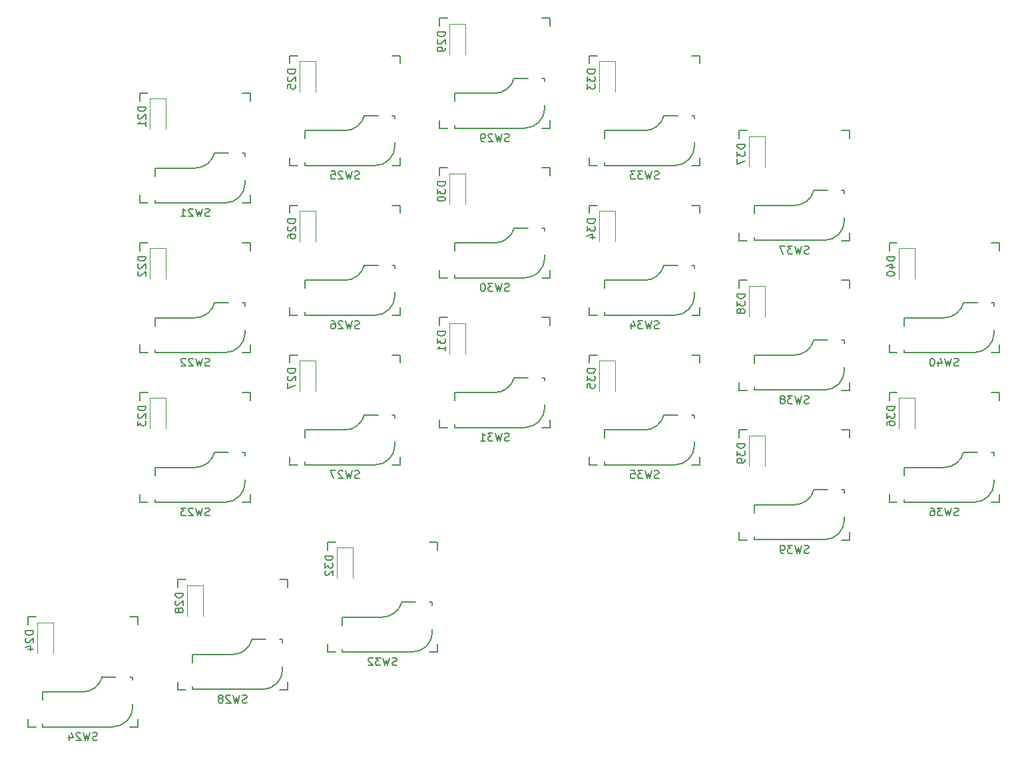
<source format=gbo>
G04 #@! TF.GenerationSoftware,KiCad,Pcbnew,5.1.10-88a1d61d58~88~ubuntu18.04.1*
G04 #@! TF.CreationDate,2021-07-26T22:38:52+03:00*
G04 #@! TF.ProjectId,pcb,7063622e-6b69-4636-9164-5f7063625858,rev?*
G04 #@! TF.SameCoordinates,Original*
G04 #@! TF.FileFunction,Legend,Bot*
G04 #@! TF.FilePolarity,Positive*
%FSLAX46Y46*%
G04 Gerber Fmt 4.6, Leading zero omitted, Abs format (unit mm)*
G04 Created by KiCad (PCBNEW 5.1.10-88a1d61d58~88~ubuntu18.04.1) date 2021-07-26 22:38:52*
%MOMM*%
%LPD*%
G01*
G04 APERTURE LIST*
%ADD10C,0.150000*%
%ADD11C,0.120000*%
G04 APERTURE END LIST*
D10*
X104458000Y40640000D02*
X104458000Y41021000D01*
X113348000Y40640000D02*
X104458000Y40640000D01*
X115888000Y43180000D02*
X115888000Y43561000D01*
X115507000Y46990000D02*
X115888000Y46990000D01*
X112002162Y46990000D02*
X113729000Y46990000D01*
X104458000Y45085000D02*
X109538000Y45085000D01*
X104458000Y44069000D02*
X104458000Y45085000D01*
X115888000Y46609000D02*
X115888000Y46990000D01*
X112002162Y47008960D02*
G75*
G02*
X109538000Y45085000I-2464162J616040D01*
G01*
X115888000Y43180000D02*
G75*
G02*
X113348000Y40640000I-2540000J0D01*
G01*
X85407500Y16827500D02*
X85407500Y17208500D01*
X94297500Y16827500D02*
X85407500Y16827500D01*
X96837500Y19367500D02*
X96837500Y19748500D01*
X96456500Y23177500D02*
X96837500Y23177500D01*
X92951662Y23177500D02*
X94678500Y23177500D01*
X85407500Y21272500D02*
X90487500Y21272500D01*
X85407500Y20256500D02*
X85407500Y21272500D01*
X96837500Y22796500D02*
X96837500Y23177500D01*
X92951662Y23196460D02*
G75*
G02*
X90487500Y21272500I-2464162J616040D01*
G01*
X96837500Y19367500D02*
G75*
G02*
X94297500Y16827500I-2540000J0D01*
G01*
X85407500Y35877500D02*
X85407500Y36258500D01*
X94297500Y35877500D02*
X85407500Y35877500D01*
X96837500Y38417500D02*
X96837500Y38798500D01*
X96456500Y42227500D02*
X96837500Y42227500D01*
X92951662Y42227500D02*
X94678500Y42227500D01*
X85407500Y40322500D02*
X90487500Y40322500D01*
X85407500Y39306500D02*
X85407500Y40322500D01*
X96837500Y41846500D02*
X96837500Y42227500D01*
X92951662Y42246460D02*
G75*
G02*
X90487500Y40322500I-2464162J616040D01*
G01*
X96837500Y38417500D02*
G75*
G02*
X94297500Y35877500I-2540000J0D01*
G01*
X85407500Y54927500D02*
X85407500Y55308500D01*
X94297500Y54927500D02*
X85407500Y54927500D01*
X96837500Y57467500D02*
X96837500Y57848500D01*
X96456500Y61277500D02*
X96837500Y61277500D01*
X92951662Y61277500D02*
X94678500Y61277500D01*
X85407500Y59372500D02*
X90487500Y59372500D01*
X85407500Y58356500D02*
X85407500Y59372500D01*
X96837500Y60896500D02*
X96837500Y61277500D01*
X92951662Y61296460D02*
G75*
G02*
X90487500Y59372500I-2464162J616040D01*
G01*
X96837500Y57467500D02*
G75*
G02*
X94297500Y54927500I-2540000J0D01*
G01*
X104458000Y21590000D02*
X104458000Y21971000D01*
X113348000Y21590000D02*
X104458000Y21590000D01*
X115888000Y24130000D02*
X115888000Y24511000D01*
X115507000Y27940000D02*
X115888000Y27940000D01*
X112002162Y27940000D02*
X113729000Y27940000D01*
X104458000Y26035000D02*
X109538000Y26035000D01*
X104458000Y25019000D02*
X104458000Y26035000D01*
X115888000Y27559000D02*
X115888000Y27940000D01*
X112002162Y27958960D02*
G75*
G02*
X109538000Y26035000I-2464162J616040D01*
G01*
X115888000Y24130000D02*
G75*
G02*
X113348000Y21590000I-2540000J0D01*
G01*
X66357500Y26352500D02*
X66357500Y26733500D01*
X75247500Y26352500D02*
X66357500Y26352500D01*
X77787500Y28892500D02*
X77787500Y29273500D01*
X77406500Y32702500D02*
X77787500Y32702500D01*
X73901662Y32702500D02*
X75628500Y32702500D01*
X66357500Y30797500D02*
X71437500Y30797500D01*
X66357500Y29781500D02*
X66357500Y30797500D01*
X77787500Y32321500D02*
X77787500Y32702500D01*
X73901662Y32721460D02*
G75*
G02*
X71437500Y30797500I-2464162J616040D01*
G01*
X77787500Y28892500D02*
G75*
G02*
X75247500Y26352500I-2540000J0D01*
G01*
X66357500Y45402500D02*
X66357500Y45783500D01*
X75247500Y45402500D02*
X66357500Y45402500D01*
X77787500Y47942500D02*
X77787500Y48323500D01*
X77406500Y51752500D02*
X77787500Y51752500D01*
X73901662Y51752500D02*
X75628500Y51752500D01*
X66357500Y49847500D02*
X71437500Y49847500D01*
X66357500Y48831500D02*
X66357500Y49847500D01*
X77787500Y51371500D02*
X77787500Y51752500D01*
X73901662Y51771460D02*
G75*
G02*
X71437500Y49847500I-2464162J616040D01*
G01*
X77787500Y47942500D02*
G75*
G02*
X75247500Y45402500I-2540000J0D01*
G01*
X66357500Y64452500D02*
X66357500Y64833500D01*
X75247500Y64452500D02*
X66357500Y64452500D01*
X77787500Y66992500D02*
X77787500Y67373500D01*
X77406500Y70802500D02*
X77787500Y70802500D01*
X73901662Y70802500D02*
X75628500Y70802500D01*
X66357500Y68897500D02*
X71437500Y68897500D01*
X66357500Y67881500D02*
X66357500Y68897500D01*
X77787500Y70421500D02*
X77787500Y70802500D01*
X73901662Y70821460D02*
G75*
G02*
X71437500Y68897500I-2464162J616040D01*
G01*
X77787500Y66992500D02*
G75*
G02*
X75247500Y64452500I-2540000J0D01*
G01*
X33020000Y2540000D02*
X33020000Y2921000D01*
X41910000Y2540000D02*
X33020000Y2540000D01*
X44450000Y5080000D02*
X44450000Y5461000D01*
X44069000Y8890000D02*
X44450000Y8890000D01*
X40564162Y8890000D02*
X42291000Y8890000D01*
X33020000Y6985000D02*
X38100000Y6985000D01*
X33020000Y5969000D02*
X33020000Y6985000D01*
X44450000Y8509000D02*
X44450000Y8890000D01*
X40564162Y8908960D02*
G75*
G02*
X38100000Y6985000I-2464162J616040D01*
G01*
X44450000Y5080000D02*
G75*
G02*
X41910000Y2540000I-2540000J0D01*
G01*
X47307500Y31115000D02*
X47307500Y31496000D01*
X56197500Y31115000D02*
X47307500Y31115000D01*
X58737500Y33655000D02*
X58737500Y34036000D01*
X58356500Y37465000D02*
X58737500Y37465000D01*
X54851662Y37465000D02*
X56578500Y37465000D01*
X47307500Y35560000D02*
X52387500Y35560000D01*
X47307500Y34544000D02*
X47307500Y35560000D01*
X58737500Y37084000D02*
X58737500Y37465000D01*
X54851662Y37483960D02*
G75*
G02*
X52387500Y35560000I-2464162J616040D01*
G01*
X58737500Y33655000D02*
G75*
G02*
X56197500Y31115000I-2540000J0D01*
G01*
X47307500Y50165000D02*
X47307500Y50546000D01*
X56197500Y50165000D02*
X47307500Y50165000D01*
X58737500Y52705000D02*
X58737500Y53086000D01*
X58356500Y56515000D02*
X58737500Y56515000D01*
X54851662Y56515000D02*
X56578500Y56515000D01*
X47307500Y54610000D02*
X52387500Y54610000D01*
X47307500Y53594000D02*
X47307500Y54610000D01*
X58737500Y56134000D02*
X58737500Y56515000D01*
X54851662Y56533960D02*
G75*
G02*
X52387500Y54610000I-2464162J616040D01*
G01*
X58737500Y52705000D02*
G75*
G02*
X56197500Y50165000I-2540000J0D01*
G01*
X47307500Y69215000D02*
X47307500Y69596000D01*
X56197500Y69215000D02*
X47307500Y69215000D01*
X58737500Y71755000D02*
X58737500Y72136000D01*
X58356500Y75565000D02*
X58737500Y75565000D01*
X54851662Y75565000D02*
X56578500Y75565000D01*
X47307500Y73660000D02*
X52387500Y73660000D01*
X47307500Y72644000D02*
X47307500Y73660000D01*
X58737500Y75184000D02*
X58737500Y75565000D01*
X54851662Y75583960D02*
G75*
G02*
X52387500Y73660000I-2464162J616040D01*
G01*
X58737500Y71755000D02*
G75*
G02*
X56197500Y69215000I-2540000J0D01*
G01*
X13970000Y-2222500D02*
X13970000Y-1841500D01*
X22860000Y-2222500D02*
X13970000Y-2222500D01*
X25400000Y317500D02*
X25400000Y698500D01*
X25019000Y4127500D02*
X25400000Y4127500D01*
X21514162Y4127500D02*
X23241000Y4127500D01*
X13970000Y2222500D02*
X19050000Y2222500D01*
X13970000Y1206500D02*
X13970000Y2222500D01*
X25400000Y3746500D02*
X25400000Y4127500D01*
X21514162Y4146460D02*
G75*
G02*
X19050000Y2222500I-2464162J616040D01*
G01*
X25400000Y317500D02*
G75*
G02*
X22860000Y-2222500I-2540000J0D01*
G01*
X28257500Y26352500D02*
X28257500Y26733500D01*
X37147500Y26352500D02*
X28257500Y26352500D01*
X39687500Y28892500D02*
X39687500Y29273500D01*
X39306500Y32702500D02*
X39687500Y32702500D01*
X35801662Y32702500D02*
X37528500Y32702500D01*
X28257500Y30797500D02*
X33337500Y30797500D01*
X28257500Y29781500D02*
X28257500Y30797500D01*
X39687500Y32321500D02*
X39687500Y32702500D01*
X35801662Y32721460D02*
G75*
G02*
X33337500Y30797500I-2464162J616040D01*
G01*
X39687500Y28892500D02*
G75*
G02*
X37147500Y26352500I-2540000J0D01*
G01*
X28257500Y45402500D02*
X28257500Y45783500D01*
X37147500Y45402500D02*
X28257500Y45402500D01*
X39687500Y47942500D02*
X39687500Y48323500D01*
X39306500Y51752500D02*
X39687500Y51752500D01*
X35801662Y51752500D02*
X37528500Y51752500D01*
X28257500Y49847500D02*
X33337500Y49847500D01*
X28257500Y48831500D02*
X28257500Y49847500D01*
X39687500Y51371500D02*
X39687500Y51752500D01*
X35801662Y51771460D02*
G75*
G02*
X33337500Y49847500I-2464162J616040D01*
G01*
X39687500Y47942500D02*
G75*
G02*
X37147500Y45402500I-2540000J0D01*
G01*
X28257500Y64452500D02*
X28257500Y64833500D01*
X37147500Y64452500D02*
X28257500Y64452500D01*
X39687500Y66992500D02*
X39687500Y67373500D01*
X39306500Y70802500D02*
X39687500Y70802500D01*
X35801662Y70802500D02*
X37528500Y70802500D01*
X28257500Y68897500D02*
X33337500Y68897500D01*
X28257500Y67881500D02*
X28257500Y68897500D01*
X39687500Y70421500D02*
X39687500Y70802500D01*
X35801662Y70821460D02*
G75*
G02*
X33337500Y68897500I-2464162J616040D01*
G01*
X39687500Y66992500D02*
G75*
G02*
X37147500Y64452500I-2540000J0D01*
G01*
X-5080000Y-6985000D02*
X-5080000Y-6604000D01*
X3810000Y-6985000D02*
X-5080000Y-6985000D01*
X6350000Y-4445000D02*
X6350000Y-4064000D01*
X5969000Y-635000D02*
X6350000Y-635000D01*
X2464162Y-635000D02*
X4191000Y-635000D01*
X-5080000Y-2540000D02*
X0Y-2540000D01*
X-5080000Y-3556000D02*
X-5080000Y-2540000D01*
X6350000Y-1016000D02*
X6350000Y-635000D01*
X2464162Y-616040D02*
G75*
G02*
X0Y-2540000I-2464162J616040D01*
G01*
X6350000Y-4445000D02*
G75*
G02*
X3810000Y-6985000I-2540000J0D01*
G01*
X9207500Y21590000D02*
X9207500Y21971000D01*
X18097500Y21590000D02*
X9207500Y21590000D01*
X20637500Y24130000D02*
X20637500Y24511000D01*
X20256500Y27940000D02*
X20637500Y27940000D01*
X16751662Y27940000D02*
X18478500Y27940000D01*
X9207500Y26035000D02*
X14287500Y26035000D01*
X9207500Y25019000D02*
X9207500Y26035000D01*
X20637500Y27559000D02*
X20637500Y27940000D01*
X16751662Y27958960D02*
G75*
G02*
X14287500Y26035000I-2464162J616040D01*
G01*
X20637500Y24130000D02*
G75*
G02*
X18097500Y21590000I-2540000J0D01*
G01*
X9207500Y40640000D02*
X9207500Y41021000D01*
X18097500Y40640000D02*
X9207500Y40640000D01*
X20637500Y43180000D02*
X20637500Y43561000D01*
X20256500Y46990000D02*
X20637500Y46990000D01*
X16751662Y46990000D02*
X18478500Y46990000D01*
X9207500Y45085000D02*
X14287500Y45085000D01*
X9207500Y44069000D02*
X9207500Y45085000D01*
X20637500Y46609000D02*
X20637500Y46990000D01*
X16751662Y47008960D02*
G75*
G02*
X14287500Y45085000I-2464162J616040D01*
G01*
X20637500Y43180000D02*
G75*
G02*
X18097500Y40640000I-2540000J0D01*
G01*
X9207500Y59690000D02*
X9207500Y60071000D01*
X18097500Y59690000D02*
X9207500Y59690000D01*
X20637500Y62230000D02*
X20637500Y62611000D01*
X20256500Y66040000D02*
X20637500Y66040000D01*
X16751662Y66040000D02*
X18478500Y66040000D01*
X9207500Y64135000D02*
X14287500Y64135000D01*
X9207500Y63119000D02*
X9207500Y64135000D01*
X20637500Y65659000D02*
X20637500Y66040000D01*
X16751662Y66058960D02*
G75*
G02*
X14287500Y64135000I-2464162J616040D01*
G01*
X20637500Y62230000D02*
G75*
G02*
X18097500Y59690000I-2540000J0D01*
G01*
X116538000Y40625000D02*
X116538000Y41625000D01*
X115538000Y54625000D02*
X116538000Y54625000D01*
X116538000Y40625000D02*
X115538000Y40625000D01*
X116538000Y53625000D02*
X116538000Y54625000D01*
X102538000Y54625000D02*
X102538000Y53625000D01*
X103538000Y40625000D02*
X102538000Y40625000D01*
X102538000Y54625000D02*
X103538000Y54625000D01*
X102538000Y41625000D02*
X102538000Y40625000D01*
X97487500Y16812500D02*
X97487500Y17812500D01*
X96487500Y30812500D02*
X97487500Y30812500D01*
X97487500Y16812500D02*
X96487500Y16812500D01*
X97487500Y29812500D02*
X97487500Y30812500D01*
X83487500Y30812500D02*
X83487500Y29812500D01*
X84487500Y16812500D02*
X83487500Y16812500D01*
X83487500Y30812500D02*
X84487500Y30812500D01*
X83487500Y17812500D02*
X83487500Y16812500D01*
X97487500Y35862500D02*
X97487500Y36862500D01*
X96487500Y49862500D02*
X97487500Y49862500D01*
X97487500Y35862500D02*
X96487500Y35862500D01*
X97487500Y48862500D02*
X97487500Y49862500D01*
X83487500Y49862500D02*
X83487500Y48862500D01*
X84487500Y35862500D02*
X83487500Y35862500D01*
X83487500Y49862500D02*
X84487500Y49862500D01*
X83487500Y36862500D02*
X83487500Y35862500D01*
X97487500Y54912500D02*
X97487500Y55912500D01*
X96487500Y68912500D02*
X97487500Y68912500D01*
X97487500Y54912500D02*
X96487500Y54912500D01*
X97487500Y67912500D02*
X97487500Y68912500D01*
X83487500Y68912500D02*
X83487500Y67912500D01*
X84487500Y54912500D02*
X83487500Y54912500D01*
X83487500Y68912500D02*
X84487500Y68912500D01*
X83487500Y55912500D02*
X83487500Y54912500D01*
X116538000Y21575000D02*
X116538000Y22575000D01*
X115538000Y35575000D02*
X116538000Y35575000D01*
X116538000Y21575000D02*
X115538000Y21575000D01*
X116538000Y34575000D02*
X116538000Y35575000D01*
X102538000Y35575000D02*
X102538000Y34575000D01*
X103538000Y21575000D02*
X102538000Y21575000D01*
X102538000Y35575000D02*
X103538000Y35575000D01*
X102538000Y22575000D02*
X102538000Y21575000D01*
X78437500Y26337500D02*
X78437500Y27337500D01*
X77437500Y40337500D02*
X78437500Y40337500D01*
X78437500Y26337500D02*
X77437500Y26337500D01*
X78437500Y39337500D02*
X78437500Y40337500D01*
X64437500Y40337500D02*
X64437500Y39337500D01*
X65437500Y26337500D02*
X64437500Y26337500D01*
X64437500Y40337500D02*
X65437500Y40337500D01*
X64437500Y27337500D02*
X64437500Y26337500D01*
X78437500Y45387500D02*
X78437500Y46387500D01*
X77437500Y59387500D02*
X78437500Y59387500D01*
X78437500Y45387500D02*
X77437500Y45387500D01*
X78437500Y58387500D02*
X78437500Y59387500D01*
X64437500Y59387500D02*
X64437500Y58387500D01*
X65437500Y45387500D02*
X64437500Y45387500D01*
X64437500Y59387500D02*
X65437500Y59387500D01*
X64437500Y46387500D02*
X64437500Y45387500D01*
X78437500Y64437500D02*
X78437500Y65437500D01*
X77437500Y78437500D02*
X78437500Y78437500D01*
X78437500Y64437500D02*
X77437500Y64437500D01*
X78437500Y77437500D02*
X78437500Y78437500D01*
X64437500Y78437500D02*
X64437500Y77437500D01*
X65437500Y64437500D02*
X64437500Y64437500D01*
X64437500Y78437500D02*
X65437500Y78437500D01*
X64437500Y65437500D02*
X64437500Y64437500D01*
X45100000Y2525000D02*
X45100000Y3525000D01*
X44100000Y16525000D02*
X45100000Y16525000D01*
X45100000Y2525000D02*
X44100000Y2525000D01*
X45100000Y15525000D02*
X45100000Y16525000D01*
X31100000Y16525000D02*
X31100000Y15525000D01*
X32100000Y2525000D02*
X31100000Y2525000D01*
X31100000Y16525000D02*
X32100000Y16525000D01*
X31100000Y3525000D02*
X31100000Y2525000D01*
X59387500Y31100000D02*
X59387500Y32100000D01*
X58387500Y45100000D02*
X59387500Y45100000D01*
X59387500Y31100000D02*
X58387500Y31100000D01*
X59387500Y44100000D02*
X59387500Y45100000D01*
X45387500Y45100000D02*
X45387500Y44100000D01*
X46387500Y31100000D02*
X45387500Y31100000D01*
X45387500Y45100000D02*
X46387500Y45100000D01*
X45387500Y32100000D02*
X45387500Y31100000D01*
X59387500Y50150000D02*
X59387500Y51150000D01*
X58387500Y64150000D02*
X59387500Y64150000D01*
X59387500Y50150000D02*
X58387500Y50150000D01*
X59387500Y63150000D02*
X59387500Y64150000D01*
X45387500Y64150000D02*
X45387500Y63150000D01*
X46387500Y50150000D02*
X45387500Y50150000D01*
X45387500Y64150000D02*
X46387500Y64150000D01*
X45387500Y51150000D02*
X45387500Y50150000D01*
X59387500Y69200000D02*
X59387500Y70200000D01*
X58387500Y83200000D02*
X59387500Y83200000D01*
X59387500Y69200000D02*
X58387500Y69200000D01*
X59387500Y82200000D02*
X59387500Y83200000D01*
X45387500Y83200000D02*
X45387500Y82200000D01*
X46387500Y69200000D02*
X45387500Y69200000D01*
X45387500Y83200000D02*
X46387500Y83200000D01*
X45387500Y70200000D02*
X45387500Y69200000D01*
X26050000Y-2237500D02*
X26050000Y-1237500D01*
X25050000Y11762500D02*
X26050000Y11762500D01*
X26050000Y-2237500D02*
X25050000Y-2237500D01*
X26050000Y10762500D02*
X26050000Y11762500D01*
X12050000Y11762500D02*
X12050000Y10762500D01*
X13050000Y-2237500D02*
X12050000Y-2237500D01*
X12050000Y11762500D02*
X13050000Y11762500D01*
X12050000Y-1237500D02*
X12050000Y-2237500D01*
X40337500Y26337500D02*
X40337500Y27337500D01*
X39337500Y40337500D02*
X40337500Y40337500D01*
X40337500Y26337500D02*
X39337500Y26337500D01*
X40337500Y39337500D02*
X40337500Y40337500D01*
X26337500Y40337500D02*
X26337500Y39337500D01*
X27337500Y26337500D02*
X26337500Y26337500D01*
X26337500Y40337500D02*
X27337500Y40337500D01*
X26337500Y27337500D02*
X26337500Y26337500D01*
X40337500Y45387500D02*
X40337500Y46387500D01*
X39337500Y59387500D02*
X40337500Y59387500D01*
X40337500Y45387500D02*
X39337500Y45387500D01*
X40337500Y58387500D02*
X40337500Y59387500D01*
X26337500Y59387500D02*
X26337500Y58387500D01*
X27337500Y45387500D02*
X26337500Y45387500D01*
X26337500Y59387500D02*
X27337500Y59387500D01*
X26337500Y46387500D02*
X26337500Y45387500D01*
X40337500Y64437500D02*
X40337500Y65437500D01*
X39337500Y78437500D02*
X40337500Y78437500D01*
X40337500Y64437500D02*
X39337500Y64437500D01*
X40337500Y77437500D02*
X40337500Y78437500D01*
X26337500Y78437500D02*
X26337500Y77437500D01*
X27337500Y64437500D02*
X26337500Y64437500D01*
X26337500Y78437500D02*
X27337500Y78437500D01*
X26337500Y65437500D02*
X26337500Y64437500D01*
X7000000Y-7000000D02*
X7000000Y-6000000D01*
X6000000Y7000000D02*
X7000000Y7000000D01*
X7000000Y-7000000D02*
X6000000Y-7000000D01*
X7000000Y6000000D02*
X7000000Y7000000D01*
X-7000000Y7000000D02*
X-7000000Y6000000D01*
X-6000000Y-7000000D02*
X-7000000Y-7000000D01*
X-7000000Y7000000D02*
X-6000000Y7000000D01*
X-7000000Y-6000000D02*
X-7000000Y-7000000D01*
X21287500Y21575000D02*
X21287500Y22575000D01*
X20287500Y35575000D02*
X21287500Y35575000D01*
X21287500Y21575000D02*
X20287500Y21575000D01*
X21287500Y34575000D02*
X21287500Y35575000D01*
X7287500Y35575000D02*
X7287500Y34575000D01*
X8287500Y21575000D02*
X7287500Y21575000D01*
X7287500Y35575000D02*
X8287500Y35575000D01*
X7287500Y22575000D02*
X7287500Y21575000D01*
X21287500Y40625000D02*
X21287500Y41625000D01*
X20287500Y54625000D02*
X21287500Y54625000D01*
X21287500Y40625000D02*
X20287500Y40625000D01*
X21287500Y53625000D02*
X21287500Y54625000D01*
X7287500Y54625000D02*
X7287500Y53625000D01*
X8287500Y40625000D02*
X7287500Y40625000D01*
X7287500Y54625000D02*
X8287500Y54625000D01*
X7287500Y41625000D02*
X7287500Y40625000D01*
X21287500Y59675000D02*
X21287500Y60675000D01*
X20287500Y73675000D02*
X21287500Y73675000D01*
X21287500Y59675000D02*
X20287500Y59675000D01*
X21287500Y72675000D02*
X21287500Y73675000D01*
X7287500Y73675000D02*
X7287500Y72675000D01*
X8287500Y59675000D02*
X7287500Y59675000D01*
X7287500Y73675000D02*
X8287500Y73675000D01*
X7287500Y60675000D02*
X7287500Y59675000D01*
D11*
X103775000Y53906200D02*
X103775000Y50006200D01*
X105775000Y53906200D02*
X105775000Y50006200D01*
X103775000Y53906200D02*
X105775000Y53906200D01*
X84725000Y30093800D02*
X84725000Y26193800D01*
X86725000Y30093800D02*
X86725000Y26193800D01*
X84725000Y30093800D02*
X86725000Y30093800D01*
X84725000Y49143800D02*
X84725000Y45243800D01*
X86725000Y49143800D02*
X86725000Y45243800D01*
X84725000Y49143800D02*
X86725000Y49143800D01*
X84725000Y68193800D02*
X84725000Y64293800D01*
X86725000Y68193800D02*
X86725000Y64293800D01*
X84725000Y68193800D02*
X86725000Y68193800D01*
X103775000Y34856200D02*
X103775000Y30956200D01*
X105775000Y34856200D02*
X105775000Y30956200D01*
X103775000Y34856200D02*
X105775000Y34856200D01*
X65675000Y39618800D02*
X65675000Y35718800D01*
X67675000Y39618800D02*
X67675000Y35718800D01*
X65675000Y39618800D02*
X67675000Y39618800D01*
X65675000Y58668800D02*
X65675000Y54768800D01*
X67675000Y58668800D02*
X67675000Y54768800D01*
X65675000Y58668800D02*
X67675000Y58668800D01*
X65675000Y77718800D02*
X65675000Y73818800D01*
X67675000Y77718800D02*
X67675000Y73818800D01*
X65675000Y77718800D02*
X67675000Y77718800D01*
X32337500Y15806200D02*
X32337500Y11906200D01*
X34337500Y15806200D02*
X34337500Y11906200D01*
X32337500Y15806200D02*
X34337500Y15806200D01*
X46625000Y44381200D02*
X46625000Y40481200D01*
X48625000Y44381200D02*
X48625000Y40481200D01*
X46625000Y44381200D02*
X48625000Y44381200D01*
X46625000Y63431200D02*
X46625000Y59531200D01*
X48625000Y63431200D02*
X48625000Y59531200D01*
X46625000Y63431200D02*
X48625000Y63431200D01*
X46625000Y82481200D02*
X46625000Y78581200D01*
X48625000Y82481200D02*
X48625000Y78581200D01*
X46625000Y82481200D02*
X48625000Y82481200D01*
X13287500Y11043800D02*
X13287500Y7143800D01*
X15287500Y11043800D02*
X15287500Y7143800D01*
X13287500Y11043800D02*
X15287500Y11043800D01*
X27575000Y39618800D02*
X27575000Y35718800D01*
X29575000Y39618800D02*
X29575000Y35718800D01*
X27575000Y39618800D02*
X29575000Y39618800D01*
X27575000Y58668800D02*
X27575000Y54768800D01*
X29575000Y58668800D02*
X29575000Y54768800D01*
X27575000Y58668800D02*
X29575000Y58668800D01*
X27575000Y77718800D02*
X27575000Y73818800D01*
X29575000Y77718800D02*
X29575000Y73818800D01*
X27575000Y77718800D02*
X29575000Y77718800D01*
X-5762500Y6281300D02*
X-5762500Y2381300D01*
X-3762500Y6281300D02*
X-3762500Y2381300D01*
X-5762500Y6281300D02*
X-3762500Y6281300D01*
X8525000Y34856200D02*
X8525000Y30956200D01*
X10525000Y34856200D02*
X10525000Y30956200D01*
X8525000Y34856200D02*
X10525000Y34856200D01*
X8525000Y53906200D02*
X8525000Y50006200D01*
X10525000Y53906200D02*
X10525000Y50006200D01*
X8525000Y53906200D02*
X10525000Y53906200D01*
X8525000Y72956200D02*
X8525000Y69056200D01*
X10525000Y72956200D02*
X10525000Y69056200D01*
X8525000Y72956200D02*
X10525000Y72956200D01*
D10*
X111347523Y38965238D02*
X111204666Y38917619D01*
X110966571Y38917619D01*
X110871333Y38965238D01*
X110823714Y39012857D01*
X110776095Y39108095D01*
X110776095Y39203333D01*
X110823714Y39298571D01*
X110871333Y39346190D01*
X110966571Y39393809D01*
X111157047Y39441428D01*
X111252285Y39489047D01*
X111299904Y39536666D01*
X111347523Y39631904D01*
X111347523Y39727142D01*
X111299904Y39822380D01*
X111252285Y39870000D01*
X111157047Y39917619D01*
X110918952Y39917619D01*
X110776095Y39870000D01*
X110442761Y39917619D02*
X110204666Y38917619D01*
X110014190Y39631904D01*
X109823714Y38917619D01*
X109585619Y39917619D01*
X108776095Y39584285D02*
X108776095Y38917619D01*
X109014190Y39965238D02*
X109252285Y39250952D01*
X108633238Y39250952D01*
X108061809Y39917619D02*
X107966571Y39917619D01*
X107871333Y39870000D01*
X107823714Y39822380D01*
X107776095Y39727142D01*
X107728476Y39536666D01*
X107728476Y39298571D01*
X107776095Y39108095D01*
X107823714Y39012857D01*
X107871333Y38965238D01*
X107966571Y38917619D01*
X108061809Y38917619D01*
X108157047Y38965238D01*
X108204666Y39012857D01*
X108252285Y39108095D01*
X108299904Y39298571D01*
X108299904Y39536666D01*
X108252285Y39727142D01*
X108204666Y39822380D01*
X108157047Y39870000D01*
X108061809Y39917619D01*
X92297023Y15152738D02*
X92154166Y15105119D01*
X91916071Y15105119D01*
X91820833Y15152738D01*
X91773214Y15200357D01*
X91725595Y15295595D01*
X91725595Y15390833D01*
X91773214Y15486071D01*
X91820833Y15533690D01*
X91916071Y15581309D01*
X92106547Y15628928D01*
X92201785Y15676547D01*
X92249404Y15724166D01*
X92297023Y15819404D01*
X92297023Y15914642D01*
X92249404Y16009880D01*
X92201785Y16057500D01*
X92106547Y16105119D01*
X91868452Y16105119D01*
X91725595Y16057500D01*
X91392261Y16105119D02*
X91154166Y15105119D01*
X90963690Y15819404D01*
X90773214Y15105119D01*
X90535119Y16105119D01*
X90249404Y16105119D02*
X89630357Y16105119D01*
X89963690Y15724166D01*
X89820833Y15724166D01*
X89725595Y15676547D01*
X89677976Y15628928D01*
X89630357Y15533690D01*
X89630357Y15295595D01*
X89677976Y15200357D01*
X89725595Y15152738D01*
X89820833Y15105119D01*
X90106547Y15105119D01*
X90201785Y15152738D01*
X90249404Y15200357D01*
X89154166Y15105119D02*
X88963690Y15105119D01*
X88868452Y15152738D01*
X88820833Y15200357D01*
X88725595Y15343214D01*
X88677976Y15533690D01*
X88677976Y15914642D01*
X88725595Y16009880D01*
X88773214Y16057500D01*
X88868452Y16105119D01*
X89058928Y16105119D01*
X89154166Y16057500D01*
X89201785Y16009880D01*
X89249404Y15914642D01*
X89249404Y15676547D01*
X89201785Y15581309D01*
X89154166Y15533690D01*
X89058928Y15486071D01*
X88868452Y15486071D01*
X88773214Y15533690D01*
X88725595Y15581309D01*
X88677976Y15676547D01*
X92297023Y34202738D02*
X92154166Y34155119D01*
X91916071Y34155119D01*
X91820833Y34202738D01*
X91773214Y34250357D01*
X91725595Y34345595D01*
X91725595Y34440833D01*
X91773214Y34536071D01*
X91820833Y34583690D01*
X91916071Y34631309D01*
X92106547Y34678928D01*
X92201785Y34726547D01*
X92249404Y34774166D01*
X92297023Y34869404D01*
X92297023Y34964642D01*
X92249404Y35059880D01*
X92201785Y35107500D01*
X92106547Y35155119D01*
X91868452Y35155119D01*
X91725595Y35107500D01*
X91392261Y35155119D02*
X91154166Y34155119D01*
X90963690Y34869404D01*
X90773214Y34155119D01*
X90535119Y35155119D01*
X90249404Y35155119D02*
X89630357Y35155119D01*
X89963690Y34774166D01*
X89820833Y34774166D01*
X89725595Y34726547D01*
X89677976Y34678928D01*
X89630357Y34583690D01*
X89630357Y34345595D01*
X89677976Y34250357D01*
X89725595Y34202738D01*
X89820833Y34155119D01*
X90106547Y34155119D01*
X90201785Y34202738D01*
X90249404Y34250357D01*
X89058928Y34726547D02*
X89154166Y34774166D01*
X89201785Y34821785D01*
X89249404Y34917023D01*
X89249404Y34964642D01*
X89201785Y35059880D01*
X89154166Y35107500D01*
X89058928Y35155119D01*
X88868452Y35155119D01*
X88773214Y35107500D01*
X88725595Y35059880D01*
X88677976Y34964642D01*
X88677976Y34917023D01*
X88725595Y34821785D01*
X88773214Y34774166D01*
X88868452Y34726547D01*
X89058928Y34726547D01*
X89154166Y34678928D01*
X89201785Y34631309D01*
X89249404Y34536071D01*
X89249404Y34345595D01*
X89201785Y34250357D01*
X89154166Y34202738D01*
X89058928Y34155119D01*
X88868452Y34155119D01*
X88773214Y34202738D01*
X88725595Y34250357D01*
X88677976Y34345595D01*
X88677976Y34536071D01*
X88725595Y34631309D01*
X88773214Y34678928D01*
X88868452Y34726547D01*
X92297023Y53252738D02*
X92154166Y53205119D01*
X91916071Y53205119D01*
X91820833Y53252738D01*
X91773214Y53300357D01*
X91725595Y53395595D01*
X91725595Y53490833D01*
X91773214Y53586071D01*
X91820833Y53633690D01*
X91916071Y53681309D01*
X92106547Y53728928D01*
X92201785Y53776547D01*
X92249404Y53824166D01*
X92297023Y53919404D01*
X92297023Y54014642D01*
X92249404Y54109880D01*
X92201785Y54157500D01*
X92106547Y54205119D01*
X91868452Y54205119D01*
X91725595Y54157500D01*
X91392261Y54205119D02*
X91154166Y53205119D01*
X90963690Y53919404D01*
X90773214Y53205119D01*
X90535119Y54205119D01*
X90249404Y54205119D02*
X89630357Y54205119D01*
X89963690Y53824166D01*
X89820833Y53824166D01*
X89725595Y53776547D01*
X89677976Y53728928D01*
X89630357Y53633690D01*
X89630357Y53395595D01*
X89677976Y53300357D01*
X89725595Y53252738D01*
X89820833Y53205119D01*
X90106547Y53205119D01*
X90201785Y53252738D01*
X90249404Y53300357D01*
X89297023Y54205119D02*
X88630357Y54205119D01*
X89058928Y53205119D01*
X111347523Y19915238D02*
X111204666Y19867619D01*
X110966571Y19867619D01*
X110871333Y19915238D01*
X110823714Y19962857D01*
X110776095Y20058095D01*
X110776095Y20153333D01*
X110823714Y20248571D01*
X110871333Y20296190D01*
X110966571Y20343809D01*
X111157047Y20391428D01*
X111252285Y20439047D01*
X111299904Y20486666D01*
X111347523Y20581904D01*
X111347523Y20677142D01*
X111299904Y20772380D01*
X111252285Y20820000D01*
X111157047Y20867619D01*
X110918952Y20867619D01*
X110776095Y20820000D01*
X110442761Y20867619D02*
X110204666Y19867619D01*
X110014190Y20581904D01*
X109823714Y19867619D01*
X109585619Y20867619D01*
X109299904Y20867619D02*
X108680857Y20867619D01*
X109014190Y20486666D01*
X108871333Y20486666D01*
X108776095Y20439047D01*
X108728476Y20391428D01*
X108680857Y20296190D01*
X108680857Y20058095D01*
X108728476Y19962857D01*
X108776095Y19915238D01*
X108871333Y19867619D01*
X109157047Y19867619D01*
X109252285Y19915238D01*
X109299904Y19962857D01*
X107823714Y20867619D02*
X108014190Y20867619D01*
X108109428Y20820000D01*
X108157047Y20772380D01*
X108252285Y20629523D01*
X108299904Y20439047D01*
X108299904Y20058095D01*
X108252285Y19962857D01*
X108204666Y19915238D01*
X108109428Y19867619D01*
X107918952Y19867619D01*
X107823714Y19915238D01*
X107776095Y19962857D01*
X107728476Y20058095D01*
X107728476Y20296190D01*
X107776095Y20391428D01*
X107823714Y20439047D01*
X107918952Y20486666D01*
X108109428Y20486666D01*
X108204666Y20439047D01*
X108252285Y20391428D01*
X108299904Y20296190D01*
X73247023Y24677738D02*
X73104166Y24630119D01*
X72866071Y24630119D01*
X72770833Y24677738D01*
X72723214Y24725357D01*
X72675595Y24820595D01*
X72675595Y24915833D01*
X72723214Y25011071D01*
X72770833Y25058690D01*
X72866071Y25106309D01*
X73056547Y25153928D01*
X73151785Y25201547D01*
X73199404Y25249166D01*
X73247023Y25344404D01*
X73247023Y25439642D01*
X73199404Y25534880D01*
X73151785Y25582500D01*
X73056547Y25630119D01*
X72818452Y25630119D01*
X72675595Y25582500D01*
X72342261Y25630119D02*
X72104166Y24630119D01*
X71913690Y25344404D01*
X71723214Y24630119D01*
X71485119Y25630119D01*
X71199404Y25630119D02*
X70580357Y25630119D01*
X70913690Y25249166D01*
X70770833Y25249166D01*
X70675595Y25201547D01*
X70627976Y25153928D01*
X70580357Y25058690D01*
X70580357Y24820595D01*
X70627976Y24725357D01*
X70675595Y24677738D01*
X70770833Y24630119D01*
X71056547Y24630119D01*
X71151785Y24677738D01*
X71199404Y24725357D01*
X69675595Y25630119D02*
X70151785Y25630119D01*
X70199404Y25153928D01*
X70151785Y25201547D01*
X70056547Y25249166D01*
X69818452Y25249166D01*
X69723214Y25201547D01*
X69675595Y25153928D01*
X69627976Y25058690D01*
X69627976Y24820595D01*
X69675595Y24725357D01*
X69723214Y24677738D01*
X69818452Y24630119D01*
X70056547Y24630119D01*
X70151785Y24677738D01*
X70199404Y24725357D01*
X73247023Y43727738D02*
X73104166Y43680119D01*
X72866071Y43680119D01*
X72770833Y43727738D01*
X72723214Y43775357D01*
X72675595Y43870595D01*
X72675595Y43965833D01*
X72723214Y44061071D01*
X72770833Y44108690D01*
X72866071Y44156309D01*
X73056547Y44203928D01*
X73151785Y44251547D01*
X73199404Y44299166D01*
X73247023Y44394404D01*
X73247023Y44489642D01*
X73199404Y44584880D01*
X73151785Y44632500D01*
X73056547Y44680119D01*
X72818452Y44680119D01*
X72675595Y44632500D01*
X72342261Y44680119D02*
X72104166Y43680119D01*
X71913690Y44394404D01*
X71723214Y43680119D01*
X71485119Y44680119D01*
X71199404Y44680119D02*
X70580357Y44680119D01*
X70913690Y44299166D01*
X70770833Y44299166D01*
X70675595Y44251547D01*
X70627976Y44203928D01*
X70580357Y44108690D01*
X70580357Y43870595D01*
X70627976Y43775357D01*
X70675595Y43727738D01*
X70770833Y43680119D01*
X71056547Y43680119D01*
X71151785Y43727738D01*
X71199404Y43775357D01*
X69723214Y44346785D02*
X69723214Y43680119D01*
X69961309Y44727738D02*
X70199404Y44013452D01*
X69580357Y44013452D01*
X73247023Y62777738D02*
X73104166Y62730119D01*
X72866071Y62730119D01*
X72770833Y62777738D01*
X72723214Y62825357D01*
X72675595Y62920595D01*
X72675595Y63015833D01*
X72723214Y63111071D01*
X72770833Y63158690D01*
X72866071Y63206309D01*
X73056547Y63253928D01*
X73151785Y63301547D01*
X73199404Y63349166D01*
X73247023Y63444404D01*
X73247023Y63539642D01*
X73199404Y63634880D01*
X73151785Y63682500D01*
X73056547Y63730119D01*
X72818452Y63730119D01*
X72675595Y63682500D01*
X72342261Y63730119D02*
X72104166Y62730119D01*
X71913690Y63444404D01*
X71723214Y62730119D01*
X71485119Y63730119D01*
X71199404Y63730119D02*
X70580357Y63730119D01*
X70913690Y63349166D01*
X70770833Y63349166D01*
X70675595Y63301547D01*
X70627976Y63253928D01*
X70580357Y63158690D01*
X70580357Y62920595D01*
X70627976Y62825357D01*
X70675595Y62777738D01*
X70770833Y62730119D01*
X71056547Y62730119D01*
X71151785Y62777738D01*
X71199404Y62825357D01*
X70247023Y63730119D02*
X69627976Y63730119D01*
X69961309Y63349166D01*
X69818452Y63349166D01*
X69723214Y63301547D01*
X69675595Y63253928D01*
X69627976Y63158690D01*
X69627976Y62920595D01*
X69675595Y62825357D01*
X69723214Y62777738D01*
X69818452Y62730119D01*
X70104166Y62730119D01*
X70199404Y62777738D01*
X70247023Y62825357D01*
X39909523Y865238D02*
X39766666Y817619D01*
X39528571Y817619D01*
X39433333Y865238D01*
X39385714Y912857D01*
X39338095Y1008095D01*
X39338095Y1103333D01*
X39385714Y1198571D01*
X39433333Y1246190D01*
X39528571Y1293809D01*
X39719047Y1341428D01*
X39814285Y1389047D01*
X39861904Y1436666D01*
X39909523Y1531904D01*
X39909523Y1627142D01*
X39861904Y1722380D01*
X39814285Y1770000D01*
X39719047Y1817619D01*
X39480952Y1817619D01*
X39338095Y1770000D01*
X39004761Y1817619D02*
X38766666Y817619D01*
X38576190Y1531904D01*
X38385714Y817619D01*
X38147619Y1817619D01*
X37861904Y1817619D02*
X37242857Y1817619D01*
X37576190Y1436666D01*
X37433333Y1436666D01*
X37338095Y1389047D01*
X37290476Y1341428D01*
X37242857Y1246190D01*
X37242857Y1008095D01*
X37290476Y912857D01*
X37338095Y865238D01*
X37433333Y817619D01*
X37719047Y817619D01*
X37814285Y865238D01*
X37861904Y912857D01*
X36861904Y1722380D02*
X36814285Y1770000D01*
X36719047Y1817619D01*
X36480952Y1817619D01*
X36385714Y1770000D01*
X36338095Y1722380D01*
X36290476Y1627142D01*
X36290476Y1531904D01*
X36338095Y1389047D01*
X36909523Y817619D01*
X36290476Y817619D01*
X54197023Y29440238D02*
X54054166Y29392619D01*
X53816071Y29392619D01*
X53720833Y29440238D01*
X53673214Y29487857D01*
X53625595Y29583095D01*
X53625595Y29678333D01*
X53673214Y29773571D01*
X53720833Y29821190D01*
X53816071Y29868809D01*
X54006547Y29916428D01*
X54101785Y29964047D01*
X54149404Y30011666D01*
X54197023Y30106904D01*
X54197023Y30202142D01*
X54149404Y30297380D01*
X54101785Y30345000D01*
X54006547Y30392619D01*
X53768452Y30392619D01*
X53625595Y30345000D01*
X53292261Y30392619D02*
X53054166Y29392619D01*
X52863690Y30106904D01*
X52673214Y29392619D01*
X52435119Y30392619D01*
X52149404Y30392619D02*
X51530357Y30392619D01*
X51863690Y30011666D01*
X51720833Y30011666D01*
X51625595Y29964047D01*
X51577976Y29916428D01*
X51530357Y29821190D01*
X51530357Y29583095D01*
X51577976Y29487857D01*
X51625595Y29440238D01*
X51720833Y29392619D01*
X52006547Y29392619D01*
X52101785Y29440238D01*
X52149404Y29487857D01*
X50577976Y29392619D02*
X51149404Y29392619D01*
X50863690Y29392619D02*
X50863690Y30392619D01*
X50958928Y30249761D01*
X51054166Y30154523D01*
X51149404Y30106904D01*
X54197023Y48490238D02*
X54054166Y48442619D01*
X53816071Y48442619D01*
X53720833Y48490238D01*
X53673214Y48537857D01*
X53625595Y48633095D01*
X53625595Y48728333D01*
X53673214Y48823571D01*
X53720833Y48871190D01*
X53816071Y48918809D01*
X54006547Y48966428D01*
X54101785Y49014047D01*
X54149404Y49061666D01*
X54197023Y49156904D01*
X54197023Y49252142D01*
X54149404Y49347380D01*
X54101785Y49395000D01*
X54006547Y49442619D01*
X53768452Y49442619D01*
X53625595Y49395000D01*
X53292261Y49442619D02*
X53054166Y48442619D01*
X52863690Y49156904D01*
X52673214Y48442619D01*
X52435119Y49442619D01*
X52149404Y49442619D02*
X51530357Y49442619D01*
X51863690Y49061666D01*
X51720833Y49061666D01*
X51625595Y49014047D01*
X51577976Y48966428D01*
X51530357Y48871190D01*
X51530357Y48633095D01*
X51577976Y48537857D01*
X51625595Y48490238D01*
X51720833Y48442619D01*
X52006547Y48442619D01*
X52101785Y48490238D01*
X52149404Y48537857D01*
X50911309Y49442619D02*
X50816071Y49442619D01*
X50720833Y49395000D01*
X50673214Y49347380D01*
X50625595Y49252142D01*
X50577976Y49061666D01*
X50577976Y48823571D01*
X50625595Y48633095D01*
X50673214Y48537857D01*
X50720833Y48490238D01*
X50816071Y48442619D01*
X50911309Y48442619D01*
X51006547Y48490238D01*
X51054166Y48537857D01*
X51101785Y48633095D01*
X51149404Y48823571D01*
X51149404Y49061666D01*
X51101785Y49252142D01*
X51054166Y49347380D01*
X51006547Y49395000D01*
X50911309Y49442619D01*
X54197023Y67540238D02*
X54054166Y67492619D01*
X53816071Y67492619D01*
X53720833Y67540238D01*
X53673214Y67587857D01*
X53625595Y67683095D01*
X53625595Y67778333D01*
X53673214Y67873571D01*
X53720833Y67921190D01*
X53816071Y67968809D01*
X54006547Y68016428D01*
X54101785Y68064047D01*
X54149404Y68111666D01*
X54197023Y68206904D01*
X54197023Y68302142D01*
X54149404Y68397380D01*
X54101785Y68445000D01*
X54006547Y68492619D01*
X53768452Y68492619D01*
X53625595Y68445000D01*
X53292261Y68492619D02*
X53054166Y67492619D01*
X52863690Y68206904D01*
X52673214Y67492619D01*
X52435119Y68492619D01*
X52101785Y68397380D02*
X52054166Y68445000D01*
X51958928Y68492619D01*
X51720833Y68492619D01*
X51625595Y68445000D01*
X51577976Y68397380D01*
X51530357Y68302142D01*
X51530357Y68206904D01*
X51577976Y68064047D01*
X52149404Y67492619D01*
X51530357Y67492619D01*
X51054166Y67492619D02*
X50863690Y67492619D01*
X50768452Y67540238D01*
X50720833Y67587857D01*
X50625595Y67730714D01*
X50577976Y67921190D01*
X50577976Y68302142D01*
X50625595Y68397380D01*
X50673214Y68445000D01*
X50768452Y68492619D01*
X50958928Y68492619D01*
X51054166Y68445000D01*
X51101785Y68397380D01*
X51149404Y68302142D01*
X51149404Y68064047D01*
X51101785Y67968809D01*
X51054166Y67921190D01*
X50958928Y67873571D01*
X50768452Y67873571D01*
X50673214Y67921190D01*
X50625595Y67968809D01*
X50577976Y68064047D01*
X20859523Y-3897261D02*
X20716666Y-3944880D01*
X20478571Y-3944880D01*
X20383333Y-3897261D01*
X20335714Y-3849642D01*
X20288095Y-3754404D01*
X20288095Y-3659166D01*
X20335714Y-3563928D01*
X20383333Y-3516309D01*
X20478571Y-3468690D01*
X20669047Y-3421071D01*
X20764285Y-3373452D01*
X20811904Y-3325833D01*
X20859523Y-3230595D01*
X20859523Y-3135357D01*
X20811904Y-3040119D01*
X20764285Y-2992500D01*
X20669047Y-2944880D01*
X20430952Y-2944880D01*
X20288095Y-2992500D01*
X19954761Y-2944880D02*
X19716666Y-3944880D01*
X19526190Y-3230595D01*
X19335714Y-3944880D01*
X19097619Y-2944880D01*
X18764285Y-3040119D02*
X18716666Y-2992500D01*
X18621428Y-2944880D01*
X18383333Y-2944880D01*
X18288095Y-2992500D01*
X18240476Y-3040119D01*
X18192857Y-3135357D01*
X18192857Y-3230595D01*
X18240476Y-3373452D01*
X18811904Y-3944880D01*
X18192857Y-3944880D01*
X17621428Y-3373452D02*
X17716666Y-3325833D01*
X17764285Y-3278214D01*
X17811904Y-3182976D01*
X17811904Y-3135357D01*
X17764285Y-3040119D01*
X17716666Y-2992500D01*
X17621428Y-2944880D01*
X17430952Y-2944880D01*
X17335714Y-2992500D01*
X17288095Y-3040119D01*
X17240476Y-3135357D01*
X17240476Y-3182976D01*
X17288095Y-3278214D01*
X17335714Y-3325833D01*
X17430952Y-3373452D01*
X17621428Y-3373452D01*
X17716666Y-3421071D01*
X17764285Y-3468690D01*
X17811904Y-3563928D01*
X17811904Y-3754404D01*
X17764285Y-3849642D01*
X17716666Y-3897261D01*
X17621428Y-3944880D01*
X17430952Y-3944880D01*
X17335714Y-3897261D01*
X17288095Y-3849642D01*
X17240476Y-3754404D01*
X17240476Y-3563928D01*
X17288095Y-3468690D01*
X17335714Y-3421071D01*
X17430952Y-3373452D01*
X35147023Y24677738D02*
X35004166Y24630119D01*
X34766071Y24630119D01*
X34670833Y24677738D01*
X34623214Y24725357D01*
X34575595Y24820595D01*
X34575595Y24915833D01*
X34623214Y25011071D01*
X34670833Y25058690D01*
X34766071Y25106309D01*
X34956547Y25153928D01*
X35051785Y25201547D01*
X35099404Y25249166D01*
X35147023Y25344404D01*
X35147023Y25439642D01*
X35099404Y25534880D01*
X35051785Y25582500D01*
X34956547Y25630119D01*
X34718452Y25630119D01*
X34575595Y25582500D01*
X34242261Y25630119D02*
X34004166Y24630119D01*
X33813690Y25344404D01*
X33623214Y24630119D01*
X33385119Y25630119D01*
X33051785Y25534880D02*
X33004166Y25582500D01*
X32908928Y25630119D01*
X32670833Y25630119D01*
X32575595Y25582500D01*
X32527976Y25534880D01*
X32480357Y25439642D01*
X32480357Y25344404D01*
X32527976Y25201547D01*
X33099404Y24630119D01*
X32480357Y24630119D01*
X32147023Y25630119D02*
X31480357Y25630119D01*
X31908928Y24630119D01*
X35147023Y43727738D02*
X35004166Y43680119D01*
X34766071Y43680119D01*
X34670833Y43727738D01*
X34623214Y43775357D01*
X34575595Y43870595D01*
X34575595Y43965833D01*
X34623214Y44061071D01*
X34670833Y44108690D01*
X34766071Y44156309D01*
X34956547Y44203928D01*
X35051785Y44251547D01*
X35099404Y44299166D01*
X35147023Y44394404D01*
X35147023Y44489642D01*
X35099404Y44584880D01*
X35051785Y44632500D01*
X34956547Y44680119D01*
X34718452Y44680119D01*
X34575595Y44632500D01*
X34242261Y44680119D02*
X34004166Y43680119D01*
X33813690Y44394404D01*
X33623214Y43680119D01*
X33385119Y44680119D01*
X33051785Y44584880D02*
X33004166Y44632500D01*
X32908928Y44680119D01*
X32670833Y44680119D01*
X32575595Y44632500D01*
X32527976Y44584880D01*
X32480357Y44489642D01*
X32480357Y44394404D01*
X32527976Y44251547D01*
X33099404Y43680119D01*
X32480357Y43680119D01*
X31623214Y44680119D02*
X31813690Y44680119D01*
X31908928Y44632500D01*
X31956547Y44584880D01*
X32051785Y44442023D01*
X32099404Y44251547D01*
X32099404Y43870595D01*
X32051785Y43775357D01*
X32004166Y43727738D01*
X31908928Y43680119D01*
X31718452Y43680119D01*
X31623214Y43727738D01*
X31575595Y43775357D01*
X31527976Y43870595D01*
X31527976Y44108690D01*
X31575595Y44203928D01*
X31623214Y44251547D01*
X31718452Y44299166D01*
X31908928Y44299166D01*
X32004166Y44251547D01*
X32051785Y44203928D01*
X32099404Y44108690D01*
X35147023Y62777738D02*
X35004166Y62730119D01*
X34766071Y62730119D01*
X34670833Y62777738D01*
X34623214Y62825357D01*
X34575595Y62920595D01*
X34575595Y63015833D01*
X34623214Y63111071D01*
X34670833Y63158690D01*
X34766071Y63206309D01*
X34956547Y63253928D01*
X35051785Y63301547D01*
X35099404Y63349166D01*
X35147023Y63444404D01*
X35147023Y63539642D01*
X35099404Y63634880D01*
X35051785Y63682500D01*
X34956547Y63730119D01*
X34718452Y63730119D01*
X34575595Y63682500D01*
X34242261Y63730119D02*
X34004166Y62730119D01*
X33813690Y63444404D01*
X33623214Y62730119D01*
X33385119Y63730119D01*
X33051785Y63634880D02*
X33004166Y63682500D01*
X32908928Y63730119D01*
X32670833Y63730119D01*
X32575595Y63682500D01*
X32527976Y63634880D01*
X32480357Y63539642D01*
X32480357Y63444404D01*
X32527976Y63301547D01*
X33099404Y62730119D01*
X32480357Y62730119D01*
X31575595Y63730119D02*
X32051785Y63730119D01*
X32099404Y63253928D01*
X32051785Y63301547D01*
X31956547Y63349166D01*
X31718452Y63349166D01*
X31623214Y63301547D01*
X31575595Y63253928D01*
X31527976Y63158690D01*
X31527976Y62920595D01*
X31575595Y62825357D01*
X31623214Y62777738D01*
X31718452Y62730119D01*
X31956547Y62730119D01*
X32051785Y62777738D01*
X32099404Y62825357D01*
X1809523Y-8659761D02*
X1666666Y-8707380D01*
X1428571Y-8707380D01*
X1333333Y-8659761D01*
X1285714Y-8612142D01*
X1238095Y-8516904D01*
X1238095Y-8421666D01*
X1285714Y-8326428D01*
X1333333Y-8278809D01*
X1428571Y-8231190D01*
X1619047Y-8183571D01*
X1714285Y-8135952D01*
X1761904Y-8088333D01*
X1809523Y-7993095D01*
X1809523Y-7897857D01*
X1761904Y-7802619D01*
X1714285Y-7755000D01*
X1619047Y-7707380D01*
X1380952Y-7707380D01*
X1238095Y-7755000D01*
X904761Y-7707380D02*
X666666Y-8707380D01*
X476190Y-7993095D01*
X285714Y-8707380D01*
X47619Y-7707380D01*
X-285714Y-7802619D02*
X-333333Y-7755000D01*
X-428571Y-7707380D01*
X-666666Y-7707380D01*
X-761904Y-7755000D01*
X-809523Y-7802619D01*
X-857142Y-7897857D01*
X-857142Y-7993095D01*
X-809523Y-8135952D01*
X-238095Y-8707380D01*
X-857142Y-8707380D01*
X-1714285Y-8040714D02*
X-1714285Y-8707380D01*
X-1476190Y-7659761D02*
X-1238095Y-8374047D01*
X-1857142Y-8374047D01*
X16097023Y19915238D02*
X15954166Y19867619D01*
X15716071Y19867619D01*
X15620833Y19915238D01*
X15573214Y19962857D01*
X15525595Y20058095D01*
X15525595Y20153333D01*
X15573214Y20248571D01*
X15620833Y20296190D01*
X15716071Y20343809D01*
X15906547Y20391428D01*
X16001785Y20439047D01*
X16049404Y20486666D01*
X16097023Y20581904D01*
X16097023Y20677142D01*
X16049404Y20772380D01*
X16001785Y20820000D01*
X15906547Y20867619D01*
X15668452Y20867619D01*
X15525595Y20820000D01*
X15192261Y20867619D02*
X14954166Y19867619D01*
X14763690Y20581904D01*
X14573214Y19867619D01*
X14335119Y20867619D01*
X14001785Y20772380D02*
X13954166Y20820000D01*
X13858928Y20867619D01*
X13620833Y20867619D01*
X13525595Y20820000D01*
X13477976Y20772380D01*
X13430357Y20677142D01*
X13430357Y20581904D01*
X13477976Y20439047D01*
X14049404Y19867619D01*
X13430357Y19867619D01*
X13097023Y20867619D02*
X12477976Y20867619D01*
X12811309Y20486666D01*
X12668452Y20486666D01*
X12573214Y20439047D01*
X12525595Y20391428D01*
X12477976Y20296190D01*
X12477976Y20058095D01*
X12525595Y19962857D01*
X12573214Y19915238D01*
X12668452Y19867619D01*
X12954166Y19867619D01*
X13049404Y19915238D01*
X13097023Y19962857D01*
X16097023Y38965238D02*
X15954166Y38917619D01*
X15716071Y38917619D01*
X15620833Y38965238D01*
X15573214Y39012857D01*
X15525595Y39108095D01*
X15525595Y39203333D01*
X15573214Y39298571D01*
X15620833Y39346190D01*
X15716071Y39393809D01*
X15906547Y39441428D01*
X16001785Y39489047D01*
X16049404Y39536666D01*
X16097023Y39631904D01*
X16097023Y39727142D01*
X16049404Y39822380D01*
X16001785Y39870000D01*
X15906547Y39917619D01*
X15668452Y39917619D01*
X15525595Y39870000D01*
X15192261Y39917619D02*
X14954166Y38917619D01*
X14763690Y39631904D01*
X14573214Y38917619D01*
X14335119Y39917619D01*
X14001785Y39822380D02*
X13954166Y39870000D01*
X13858928Y39917619D01*
X13620833Y39917619D01*
X13525595Y39870000D01*
X13477976Y39822380D01*
X13430357Y39727142D01*
X13430357Y39631904D01*
X13477976Y39489047D01*
X14049404Y38917619D01*
X13430357Y38917619D01*
X13049404Y39822380D02*
X13001785Y39870000D01*
X12906547Y39917619D01*
X12668452Y39917619D01*
X12573214Y39870000D01*
X12525595Y39822380D01*
X12477976Y39727142D01*
X12477976Y39631904D01*
X12525595Y39489047D01*
X13097023Y38917619D01*
X12477976Y38917619D01*
X16097023Y58015238D02*
X15954166Y57967619D01*
X15716071Y57967619D01*
X15620833Y58015238D01*
X15573214Y58062857D01*
X15525595Y58158095D01*
X15525595Y58253333D01*
X15573214Y58348571D01*
X15620833Y58396190D01*
X15716071Y58443809D01*
X15906547Y58491428D01*
X16001785Y58539047D01*
X16049404Y58586666D01*
X16097023Y58681904D01*
X16097023Y58777142D01*
X16049404Y58872380D01*
X16001785Y58920000D01*
X15906547Y58967619D01*
X15668452Y58967619D01*
X15525595Y58920000D01*
X15192261Y58967619D02*
X14954166Y57967619D01*
X14763690Y58681904D01*
X14573214Y57967619D01*
X14335119Y58967619D01*
X14001785Y58872380D02*
X13954166Y58920000D01*
X13858928Y58967619D01*
X13620833Y58967619D01*
X13525595Y58920000D01*
X13477976Y58872380D01*
X13430357Y58777142D01*
X13430357Y58681904D01*
X13477976Y58539047D01*
X14049404Y57967619D01*
X13430357Y57967619D01*
X12477976Y57967619D02*
X13049404Y57967619D01*
X12763690Y57967619D02*
X12763690Y58967619D01*
X12858928Y58824761D01*
X12954166Y58729523D01*
X13049404Y58681904D01*
X103227380Y52870485D02*
X102227380Y52870485D01*
X102227380Y52632390D01*
X102275000Y52489533D01*
X102370238Y52394295D01*
X102465476Y52346676D01*
X102655952Y52299057D01*
X102798809Y52299057D01*
X102989285Y52346676D01*
X103084523Y52394295D01*
X103179761Y52489533D01*
X103227380Y52632390D01*
X103227380Y52870485D01*
X102560714Y51441914D02*
X103227380Y51441914D01*
X102179761Y51680009D02*
X102894047Y51918104D01*
X102894047Y51299057D01*
X102227380Y50727628D02*
X102227380Y50632390D01*
X102275000Y50537152D01*
X102322619Y50489533D01*
X102417857Y50441914D01*
X102608333Y50394295D01*
X102846428Y50394295D01*
X103036904Y50441914D01*
X103132142Y50489533D01*
X103179761Y50537152D01*
X103227380Y50632390D01*
X103227380Y50727628D01*
X103179761Y50822866D01*
X103132142Y50870485D01*
X103036904Y50918104D01*
X102846428Y50965723D01*
X102608333Y50965723D01*
X102417857Y50918104D01*
X102322619Y50870485D01*
X102275000Y50822866D01*
X102227380Y50727628D01*
X84177380Y29058085D02*
X83177380Y29058085D01*
X83177380Y28819990D01*
X83225000Y28677133D01*
X83320238Y28581895D01*
X83415476Y28534276D01*
X83605952Y28486657D01*
X83748809Y28486657D01*
X83939285Y28534276D01*
X84034523Y28581895D01*
X84129761Y28677133D01*
X84177380Y28819990D01*
X84177380Y29058085D01*
X83177380Y28153323D02*
X83177380Y27534276D01*
X83558333Y27867609D01*
X83558333Y27724752D01*
X83605952Y27629514D01*
X83653571Y27581895D01*
X83748809Y27534276D01*
X83986904Y27534276D01*
X84082142Y27581895D01*
X84129761Y27629514D01*
X84177380Y27724752D01*
X84177380Y28010466D01*
X84129761Y28105704D01*
X84082142Y28153323D01*
X84177380Y27058085D02*
X84177380Y26867609D01*
X84129761Y26772371D01*
X84082142Y26724752D01*
X83939285Y26629514D01*
X83748809Y26581895D01*
X83367857Y26581895D01*
X83272619Y26629514D01*
X83225000Y26677133D01*
X83177380Y26772371D01*
X83177380Y26962847D01*
X83225000Y27058085D01*
X83272619Y27105704D01*
X83367857Y27153323D01*
X83605952Y27153323D01*
X83701190Y27105704D01*
X83748809Y27058085D01*
X83796428Y26962847D01*
X83796428Y26772371D01*
X83748809Y26677133D01*
X83701190Y26629514D01*
X83605952Y26581895D01*
X84177380Y48108085D02*
X83177380Y48108085D01*
X83177380Y47869990D01*
X83225000Y47727133D01*
X83320238Y47631895D01*
X83415476Y47584276D01*
X83605952Y47536657D01*
X83748809Y47536657D01*
X83939285Y47584276D01*
X84034523Y47631895D01*
X84129761Y47727133D01*
X84177380Y47869990D01*
X84177380Y48108085D01*
X83177380Y47203323D02*
X83177380Y46584276D01*
X83558333Y46917609D01*
X83558333Y46774752D01*
X83605952Y46679514D01*
X83653571Y46631895D01*
X83748809Y46584276D01*
X83986904Y46584276D01*
X84082142Y46631895D01*
X84129761Y46679514D01*
X84177380Y46774752D01*
X84177380Y47060466D01*
X84129761Y47155704D01*
X84082142Y47203323D01*
X83605952Y46012847D02*
X83558333Y46108085D01*
X83510714Y46155704D01*
X83415476Y46203323D01*
X83367857Y46203323D01*
X83272619Y46155704D01*
X83225000Y46108085D01*
X83177380Y46012847D01*
X83177380Y45822371D01*
X83225000Y45727133D01*
X83272619Y45679514D01*
X83367857Y45631895D01*
X83415476Y45631895D01*
X83510714Y45679514D01*
X83558333Y45727133D01*
X83605952Y45822371D01*
X83605952Y46012847D01*
X83653571Y46108085D01*
X83701190Y46155704D01*
X83796428Y46203323D01*
X83986904Y46203323D01*
X84082142Y46155704D01*
X84129761Y46108085D01*
X84177380Y46012847D01*
X84177380Y45822371D01*
X84129761Y45727133D01*
X84082142Y45679514D01*
X83986904Y45631895D01*
X83796428Y45631895D01*
X83701190Y45679514D01*
X83653571Y45727133D01*
X83605952Y45822371D01*
X84177380Y67158085D02*
X83177380Y67158085D01*
X83177380Y66919990D01*
X83225000Y66777133D01*
X83320238Y66681895D01*
X83415476Y66634276D01*
X83605952Y66586657D01*
X83748809Y66586657D01*
X83939285Y66634276D01*
X84034523Y66681895D01*
X84129761Y66777133D01*
X84177380Y66919990D01*
X84177380Y67158085D01*
X83177380Y66253323D02*
X83177380Y65634276D01*
X83558333Y65967609D01*
X83558333Y65824752D01*
X83605952Y65729514D01*
X83653571Y65681895D01*
X83748809Y65634276D01*
X83986904Y65634276D01*
X84082142Y65681895D01*
X84129761Y65729514D01*
X84177380Y65824752D01*
X84177380Y66110466D01*
X84129761Y66205704D01*
X84082142Y66253323D01*
X83177380Y65300942D02*
X83177380Y64634276D01*
X84177380Y65062847D01*
X103227380Y33820485D02*
X102227380Y33820485D01*
X102227380Y33582390D01*
X102275000Y33439533D01*
X102370238Y33344295D01*
X102465476Y33296676D01*
X102655952Y33249057D01*
X102798809Y33249057D01*
X102989285Y33296676D01*
X103084523Y33344295D01*
X103179761Y33439533D01*
X103227380Y33582390D01*
X103227380Y33820485D01*
X102227380Y32915723D02*
X102227380Y32296676D01*
X102608333Y32630009D01*
X102608333Y32487152D01*
X102655952Y32391914D01*
X102703571Y32344295D01*
X102798809Y32296676D01*
X103036904Y32296676D01*
X103132142Y32344295D01*
X103179761Y32391914D01*
X103227380Y32487152D01*
X103227380Y32772866D01*
X103179761Y32868104D01*
X103132142Y32915723D01*
X102227380Y31439533D02*
X102227380Y31630009D01*
X102275000Y31725247D01*
X102322619Y31772866D01*
X102465476Y31868104D01*
X102655952Y31915723D01*
X103036904Y31915723D01*
X103132142Y31868104D01*
X103179761Y31820485D01*
X103227380Y31725247D01*
X103227380Y31534771D01*
X103179761Y31439533D01*
X103132142Y31391914D01*
X103036904Y31344295D01*
X102798809Y31344295D01*
X102703571Y31391914D01*
X102655952Y31439533D01*
X102608333Y31534771D01*
X102608333Y31725247D01*
X102655952Y31820485D01*
X102703571Y31868104D01*
X102798809Y31915723D01*
X65127380Y38583085D02*
X64127380Y38583085D01*
X64127380Y38344990D01*
X64175000Y38202133D01*
X64270238Y38106895D01*
X64365476Y38059276D01*
X64555952Y38011657D01*
X64698809Y38011657D01*
X64889285Y38059276D01*
X64984523Y38106895D01*
X65079761Y38202133D01*
X65127380Y38344990D01*
X65127380Y38583085D01*
X64127380Y37678323D02*
X64127380Y37059276D01*
X64508333Y37392609D01*
X64508333Y37249752D01*
X64555952Y37154514D01*
X64603571Y37106895D01*
X64698809Y37059276D01*
X64936904Y37059276D01*
X65032142Y37106895D01*
X65079761Y37154514D01*
X65127380Y37249752D01*
X65127380Y37535466D01*
X65079761Y37630704D01*
X65032142Y37678323D01*
X64127380Y36154514D02*
X64127380Y36630704D01*
X64603571Y36678323D01*
X64555952Y36630704D01*
X64508333Y36535466D01*
X64508333Y36297371D01*
X64555952Y36202133D01*
X64603571Y36154514D01*
X64698809Y36106895D01*
X64936904Y36106895D01*
X65032142Y36154514D01*
X65079761Y36202133D01*
X65127380Y36297371D01*
X65127380Y36535466D01*
X65079761Y36630704D01*
X65032142Y36678323D01*
X65127380Y57633085D02*
X64127380Y57633085D01*
X64127380Y57394990D01*
X64175000Y57252133D01*
X64270238Y57156895D01*
X64365476Y57109276D01*
X64555952Y57061657D01*
X64698809Y57061657D01*
X64889285Y57109276D01*
X64984523Y57156895D01*
X65079761Y57252133D01*
X65127380Y57394990D01*
X65127380Y57633085D01*
X64127380Y56728323D02*
X64127380Y56109276D01*
X64508333Y56442609D01*
X64508333Y56299752D01*
X64555952Y56204514D01*
X64603571Y56156895D01*
X64698809Y56109276D01*
X64936904Y56109276D01*
X65032142Y56156895D01*
X65079761Y56204514D01*
X65127380Y56299752D01*
X65127380Y56585466D01*
X65079761Y56680704D01*
X65032142Y56728323D01*
X64460714Y55252133D02*
X65127380Y55252133D01*
X64079761Y55490228D02*
X64794047Y55728323D01*
X64794047Y55109276D01*
X65127380Y76683085D02*
X64127380Y76683085D01*
X64127380Y76444990D01*
X64175000Y76302133D01*
X64270238Y76206895D01*
X64365476Y76159276D01*
X64555952Y76111657D01*
X64698809Y76111657D01*
X64889285Y76159276D01*
X64984523Y76206895D01*
X65079761Y76302133D01*
X65127380Y76444990D01*
X65127380Y76683085D01*
X64127380Y75778323D02*
X64127380Y75159276D01*
X64508333Y75492609D01*
X64508333Y75349752D01*
X64555952Y75254514D01*
X64603571Y75206895D01*
X64698809Y75159276D01*
X64936904Y75159276D01*
X65032142Y75206895D01*
X65079761Y75254514D01*
X65127380Y75349752D01*
X65127380Y75635466D01*
X65079761Y75730704D01*
X65032142Y75778323D01*
X64127380Y74825942D02*
X64127380Y74206895D01*
X64508333Y74540228D01*
X64508333Y74397371D01*
X64555952Y74302133D01*
X64603571Y74254514D01*
X64698809Y74206895D01*
X64936904Y74206895D01*
X65032142Y74254514D01*
X65079761Y74302133D01*
X65127380Y74397371D01*
X65127380Y74683085D01*
X65079761Y74778323D01*
X65032142Y74825942D01*
X31789880Y14770485D02*
X30789880Y14770485D01*
X30789880Y14532390D01*
X30837500Y14389533D01*
X30932738Y14294295D01*
X31027976Y14246676D01*
X31218452Y14199057D01*
X31361309Y14199057D01*
X31551785Y14246676D01*
X31647023Y14294295D01*
X31742261Y14389533D01*
X31789880Y14532390D01*
X31789880Y14770485D01*
X30789880Y13865723D02*
X30789880Y13246676D01*
X31170833Y13580009D01*
X31170833Y13437152D01*
X31218452Y13341914D01*
X31266071Y13294295D01*
X31361309Y13246676D01*
X31599404Y13246676D01*
X31694642Y13294295D01*
X31742261Y13341914D01*
X31789880Y13437152D01*
X31789880Y13722866D01*
X31742261Y13818104D01*
X31694642Y13865723D01*
X30885119Y12865723D02*
X30837500Y12818104D01*
X30789880Y12722866D01*
X30789880Y12484771D01*
X30837500Y12389533D01*
X30885119Y12341914D01*
X30980357Y12294295D01*
X31075595Y12294295D01*
X31218452Y12341914D01*
X31789880Y12913342D01*
X31789880Y12294295D01*
X46077380Y43345485D02*
X45077380Y43345485D01*
X45077380Y43107390D01*
X45125000Y42964533D01*
X45220238Y42869295D01*
X45315476Y42821676D01*
X45505952Y42774057D01*
X45648809Y42774057D01*
X45839285Y42821676D01*
X45934523Y42869295D01*
X46029761Y42964533D01*
X46077380Y43107390D01*
X46077380Y43345485D01*
X45077380Y42440723D02*
X45077380Y41821676D01*
X45458333Y42155009D01*
X45458333Y42012152D01*
X45505952Y41916914D01*
X45553571Y41869295D01*
X45648809Y41821676D01*
X45886904Y41821676D01*
X45982142Y41869295D01*
X46029761Y41916914D01*
X46077380Y42012152D01*
X46077380Y42297866D01*
X46029761Y42393104D01*
X45982142Y42440723D01*
X46077380Y40869295D02*
X46077380Y41440723D01*
X46077380Y41155009D02*
X45077380Y41155009D01*
X45220238Y41250247D01*
X45315476Y41345485D01*
X45363095Y41440723D01*
X46077380Y62395485D02*
X45077380Y62395485D01*
X45077380Y62157390D01*
X45125000Y62014533D01*
X45220238Y61919295D01*
X45315476Y61871676D01*
X45505952Y61824057D01*
X45648809Y61824057D01*
X45839285Y61871676D01*
X45934523Y61919295D01*
X46029761Y62014533D01*
X46077380Y62157390D01*
X46077380Y62395485D01*
X45077380Y61490723D02*
X45077380Y60871676D01*
X45458333Y61205009D01*
X45458333Y61062152D01*
X45505952Y60966914D01*
X45553571Y60919295D01*
X45648809Y60871676D01*
X45886904Y60871676D01*
X45982142Y60919295D01*
X46029761Y60966914D01*
X46077380Y61062152D01*
X46077380Y61347866D01*
X46029761Y61443104D01*
X45982142Y61490723D01*
X45077380Y60252628D02*
X45077380Y60157390D01*
X45125000Y60062152D01*
X45172619Y60014533D01*
X45267857Y59966914D01*
X45458333Y59919295D01*
X45696428Y59919295D01*
X45886904Y59966914D01*
X45982142Y60014533D01*
X46029761Y60062152D01*
X46077380Y60157390D01*
X46077380Y60252628D01*
X46029761Y60347866D01*
X45982142Y60395485D01*
X45886904Y60443104D01*
X45696428Y60490723D01*
X45458333Y60490723D01*
X45267857Y60443104D01*
X45172619Y60395485D01*
X45125000Y60347866D01*
X45077380Y60252628D01*
X46077380Y81445485D02*
X45077380Y81445485D01*
X45077380Y81207390D01*
X45125000Y81064533D01*
X45220238Y80969295D01*
X45315476Y80921676D01*
X45505952Y80874057D01*
X45648809Y80874057D01*
X45839285Y80921676D01*
X45934523Y80969295D01*
X46029761Y81064533D01*
X46077380Y81207390D01*
X46077380Y81445485D01*
X45172619Y80493104D02*
X45125000Y80445485D01*
X45077380Y80350247D01*
X45077380Y80112152D01*
X45125000Y80016914D01*
X45172619Y79969295D01*
X45267857Y79921676D01*
X45363095Y79921676D01*
X45505952Y79969295D01*
X46077380Y80540723D01*
X46077380Y79921676D01*
X46077380Y79445485D02*
X46077380Y79255009D01*
X46029761Y79159771D01*
X45982142Y79112152D01*
X45839285Y79016914D01*
X45648809Y78969295D01*
X45267857Y78969295D01*
X45172619Y79016914D01*
X45125000Y79064533D01*
X45077380Y79159771D01*
X45077380Y79350247D01*
X45125000Y79445485D01*
X45172619Y79493104D01*
X45267857Y79540723D01*
X45505952Y79540723D01*
X45601190Y79493104D01*
X45648809Y79445485D01*
X45696428Y79350247D01*
X45696428Y79159771D01*
X45648809Y79064533D01*
X45601190Y79016914D01*
X45505952Y78969295D01*
X12739880Y10008085D02*
X11739880Y10008085D01*
X11739880Y9769990D01*
X11787500Y9627133D01*
X11882738Y9531895D01*
X11977976Y9484276D01*
X12168452Y9436657D01*
X12311309Y9436657D01*
X12501785Y9484276D01*
X12597023Y9531895D01*
X12692261Y9627133D01*
X12739880Y9769990D01*
X12739880Y10008085D01*
X11835119Y9055704D02*
X11787500Y9008085D01*
X11739880Y8912847D01*
X11739880Y8674752D01*
X11787500Y8579514D01*
X11835119Y8531895D01*
X11930357Y8484276D01*
X12025595Y8484276D01*
X12168452Y8531895D01*
X12739880Y9103323D01*
X12739880Y8484276D01*
X12168452Y7912847D02*
X12120833Y8008085D01*
X12073214Y8055704D01*
X11977976Y8103323D01*
X11930357Y8103323D01*
X11835119Y8055704D01*
X11787500Y8008085D01*
X11739880Y7912847D01*
X11739880Y7722371D01*
X11787500Y7627133D01*
X11835119Y7579514D01*
X11930357Y7531895D01*
X11977976Y7531895D01*
X12073214Y7579514D01*
X12120833Y7627133D01*
X12168452Y7722371D01*
X12168452Y7912847D01*
X12216071Y8008085D01*
X12263690Y8055704D01*
X12358928Y8103323D01*
X12549404Y8103323D01*
X12644642Y8055704D01*
X12692261Y8008085D01*
X12739880Y7912847D01*
X12739880Y7722371D01*
X12692261Y7627133D01*
X12644642Y7579514D01*
X12549404Y7531895D01*
X12358928Y7531895D01*
X12263690Y7579514D01*
X12216071Y7627133D01*
X12168452Y7722371D01*
X27027380Y38583085D02*
X26027380Y38583085D01*
X26027380Y38344990D01*
X26075000Y38202133D01*
X26170238Y38106895D01*
X26265476Y38059276D01*
X26455952Y38011657D01*
X26598809Y38011657D01*
X26789285Y38059276D01*
X26884523Y38106895D01*
X26979761Y38202133D01*
X27027380Y38344990D01*
X27027380Y38583085D01*
X26122619Y37630704D02*
X26075000Y37583085D01*
X26027380Y37487847D01*
X26027380Y37249752D01*
X26075000Y37154514D01*
X26122619Y37106895D01*
X26217857Y37059276D01*
X26313095Y37059276D01*
X26455952Y37106895D01*
X27027380Y37678323D01*
X27027380Y37059276D01*
X26027380Y36725942D02*
X26027380Y36059276D01*
X27027380Y36487847D01*
X27027380Y57633085D02*
X26027380Y57633085D01*
X26027380Y57394990D01*
X26075000Y57252133D01*
X26170238Y57156895D01*
X26265476Y57109276D01*
X26455952Y57061657D01*
X26598809Y57061657D01*
X26789285Y57109276D01*
X26884523Y57156895D01*
X26979761Y57252133D01*
X27027380Y57394990D01*
X27027380Y57633085D01*
X26122619Y56680704D02*
X26075000Y56633085D01*
X26027380Y56537847D01*
X26027380Y56299752D01*
X26075000Y56204514D01*
X26122619Y56156895D01*
X26217857Y56109276D01*
X26313095Y56109276D01*
X26455952Y56156895D01*
X27027380Y56728323D01*
X27027380Y56109276D01*
X26027380Y55252133D02*
X26027380Y55442609D01*
X26075000Y55537847D01*
X26122619Y55585466D01*
X26265476Y55680704D01*
X26455952Y55728323D01*
X26836904Y55728323D01*
X26932142Y55680704D01*
X26979761Y55633085D01*
X27027380Y55537847D01*
X27027380Y55347371D01*
X26979761Y55252133D01*
X26932142Y55204514D01*
X26836904Y55156895D01*
X26598809Y55156895D01*
X26503571Y55204514D01*
X26455952Y55252133D01*
X26408333Y55347371D01*
X26408333Y55537847D01*
X26455952Y55633085D01*
X26503571Y55680704D01*
X26598809Y55728323D01*
X27027380Y76683085D02*
X26027380Y76683085D01*
X26027380Y76444990D01*
X26075000Y76302133D01*
X26170238Y76206895D01*
X26265476Y76159276D01*
X26455952Y76111657D01*
X26598809Y76111657D01*
X26789285Y76159276D01*
X26884523Y76206895D01*
X26979761Y76302133D01*
X27027380Y76444990D01*
X27027380Y76683085D01*
X26122619Y75730704D02*
X26075000Y75683085D01*
X26027380Y75587847D01*
X26027380Y75349752D01*
X26075000Y75254514D01*
X26122619Y75206895D01*
X26217857Y75159276D01*
X26313095Y75159276D01*
X26455952Y75206895D01*
X27027380Y75778323D01*
X27027380Y75159276D01*
X26027380Y74254514D02*
X26027380Y74730704D01*
X26503571Y74778323D01*
X26455952Y74730704D01*
X26408333Y74635466D01*
X26408333Y74397371D01*
X26455952Y74302133D01*
X26503571Y74254514D01*
X26598809Y74206895D01*
X26836904Y74206895D01*
X26932142Y74254514D01*
X26979761Y74302133D01*
X27027380Y74397371D01*
X27027380Y74635466D01*
X26979761Y74730704D01*
X26932142Y74778323D01*
X-6310119Y5245585D02*
X-7310119Y5245585D01*
X-7310119Y5007490D01*
X-7262500Y4864633D01*
X-7167261Y4769395D01*
X-7072023Y4721776D01*
X-6881547Y4674157D01*
X-6738690Y4674157D01*
X-6548214Y4721776D01*
X-6452976Y4769395D01*
X-6357738Y4864633D01*
X-6310119Y5007490D01*
X-6310119Y5245585D01*
X-7214880Y4293204D02*
X-7262500Y4245585D01*
X-7310119Y4150347D01*
X-7310119Y3912252D01*
X-7262500Y3817014D01*
X-7214880Y3769395D01*
X-7119642Y3721776D01*
X-7024404Y3721776D01*
X-6881547Y3769395D01*
X-6310119Y4340823D01*
X-6310119Y3721776D01*
X-6976785Y2864633D02*
X-6310119Y2864633D01*
X-7357738Y3102728D02*
X-6643452Y3340823D01*
X-6643452Y2721776D01*
X7977380Y33820485D02*
X6977380Y33820485D01*
X6977380Y33582390D01*
X7025000Y33439533D01*
X7120238Y33344295D01*
X7215476Y33296676D01*
X7405952Y33249057D01*
X7548809Y33249057D01*
X7739285Y33296676D01*
X7834523Y33344295D01*
X7929761Y33439533D01*
X7977380Y33582390D01*
X7977380Y33820485D01*
X7072619Y32868104D02*
X7025000Y32820485D01*
X6977380Y32725247D01*
X6977380Y32487152D01*
X7025000Y32391914D01*
X7072619Y32344295D01*
X7167857Y32296676D01*
X7263095Y32296676D01*
X7405952Y32344295D01*
X7977380Y32915723D01*
X7977380Y32296676D01*
X6977380Y31963342D02*
X6977380Y31344295D01*
X7358333Y31677628D01*
X7358333Y31534771D01*
X7405952Y31439533D01*
X7453571Y31391914D01*
X7548809Y31344295D01*
X7786904Y31344295D01*
X7882142Y31391914D01*
X7929761Y31439533D01*
X7977380Y31534771D01*
X7977380Y31820485D01*
X7929761Y31915723D01*
X7882142Y31963342D01*
X7977380Y52870485D02*
X6977380Y52870485D01*
X6977380Y52632390D01*
X7025000Y52489533D01*
X7120238Y52394295D01*
X7215476Y52346676D01*
X7405952Y52299057D01*
X7548809Y52299057D01*
X7739285Y52346676D01*
X7834523Y52394295D01*
X7929761Y52489533D01*
X7977380Y52632390D01*
X7977380Y52870485D01*
X7072619Y51918104D02*
X7025000Y51870485D01*
X6977380Y51775247D01*
X6977380Y51537152D01*
X7025000Y51441914D01*
X7072619Y51394295D01*
X7167857Y51346676D01*
X7263095Y51346676D01*
X7405952Y51394295D01*
X7977380Y51965723D01*
X7977380Y51346676D01*
X7072619Y50965723D02*
X7025000Y50918104D01*
X6977380Y50822866D01*
X6977380Y50584771D01*
X7025000Y50489533D01*
X7072619Y50441914D01*
X7167857Y50394295D01*
X7263095Y50394295D01*
X7405952Y50441914D01*
X7977380Y51013342D01*
X7977380Y50394295D01*
X7977380Y71920485D02*
X6977380Y71920485D01*
X6977380Y71682390D01*
X7025000Y71539533D01*
X7120238Y71444295D01*
X7215476Y71396676D01*
X7405952Y71349057D01*
X7548809Y71349057D01*
X7739285Y71396676D01*
X7834523Y71444295D01*
X7929761Y71539533D01*
X7977380Y71682390D01*
X7977380Y71920485D01*
X7072619Y70968104D02*
X7025000Y70920485D01*
X6977380Y70825247D01*
X6977380Y70587152D01*
X7025000Y70491914D01*
X7072619Y70444295D01*
X7167857Y70396676D01*
X7263095Y70396676D01*
X7405952Y70444295D01*
X7977380Y71015723D01*
X7977380Y70396676D01*
X7977380Y69444295D02*
X7977380Y70015723D01*
X7977380Y69730009D02*
X6977380Y69730009D01*
X7120238Y69825247D01*
X7215476Y69920485D01*
X7263095Y70015723D01*
M02*

</source>
